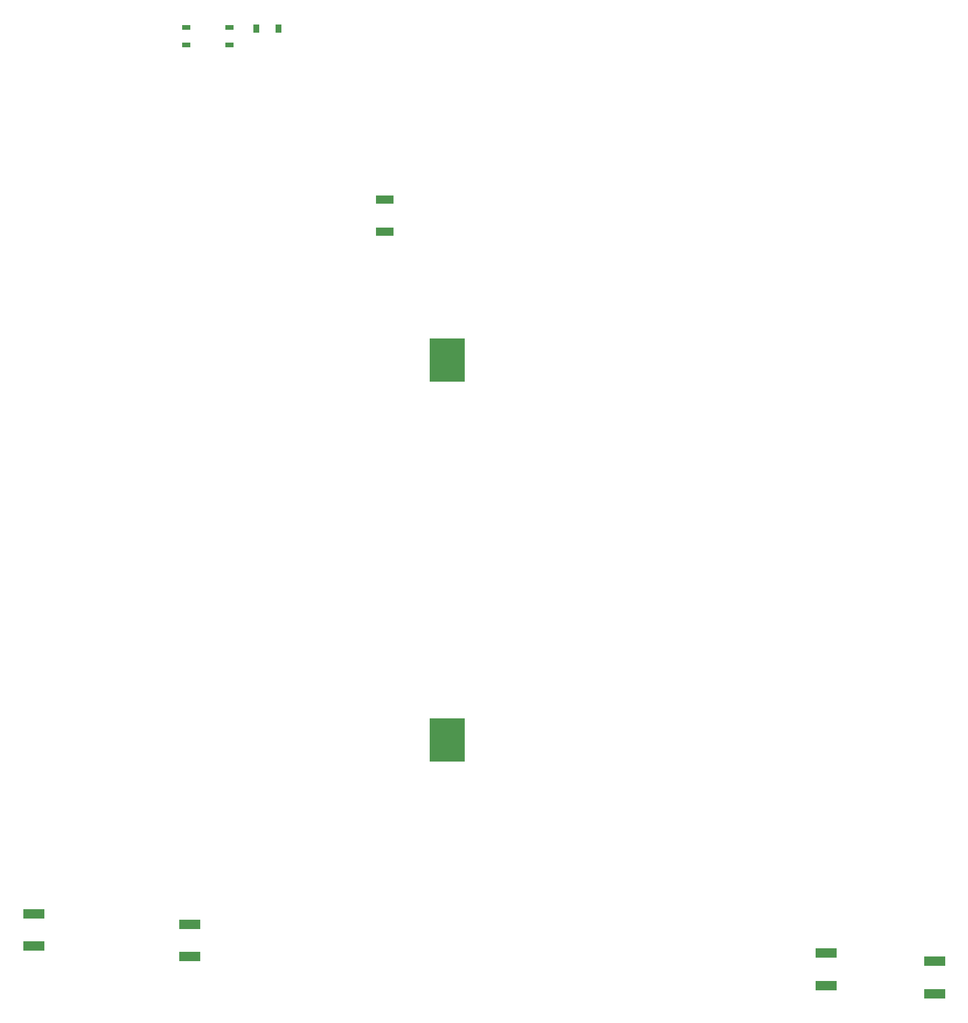
<source format=gbr>
%TF.GenerationSoftware,Altium Limited,Altium Designer,19.0.15 (446)*%
G04 Layer_Color=8421504*
%FSLAX26Y26*%
%MOIN*%
%TF.FileFunction,Paste,Top*%
%TF.Part,Single*%
G01*
G75*
%TA.AperFunction,SMDPad,CuDef*%
%ADD10R,0.035827X0.048032*%
%ADD11R,0.120079X0.055118*%
%ADD12R,0.104654X0.049451*%
%ADD13R,0.200000X0.250000*%
%ADD14R,0.047244X0.031496*%
D10*
X2209370Y5670000D02*
D03*
X2080630D02*
D03*
D11*
X810000Y427480D02*
D03*
Y612520D02*
D03*
X1700000Y367480D02*
D03*
Y552520D02*
D03*
X5335000Y202480D02*
D03*
Y387520D02*
D03*
X5955000Y155566D02*
D03*
Y340606D02*
D03*
D12*
X2815000Y4509406D02*
D03*
Y4690594D02*
D03*
D13*
X3170000Y1604566D02*
D03*
Y3775434D02*
D03*
D14*
X1929016Y5575000D02*
D03*
Y5675000D02*
D03*
X1680984D02*
D03*
Y5575000D02*
D03*
%TF.MD5,e82088d8fc5436d28581009d46076b2c*%
M02*

</source>
